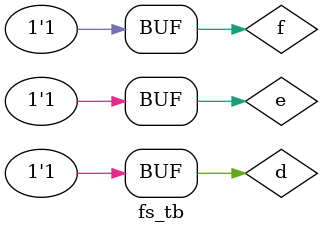
<source format=v>
module fs_tb;
  reg d,e,f;
  wire diff,br;
  fs u1(d,e,f,diff,br);
  initial begin
    $dumpfile("dump.vcd"); $dumpvars;
    $display("i/p|--o/p--");
    $display("d,e,f|diff,br");
    $monitor("%b %b %b|%b %b",d,e,f,diff,br);
    
    d=0;e=0;f=0; #4;
    d=0;e=0;f=1; #4;
    d=0;e=1;f=0; #4;
    d=0;e=1;f=1; #4;
    d=1;e=0;f=0; #4;
    d=1;e=0;f=1; #4;
    d=1;e=1;f=0; #4;
    d=1;e=1;f=1; #4;
  end
  
 endmodule

</source>
